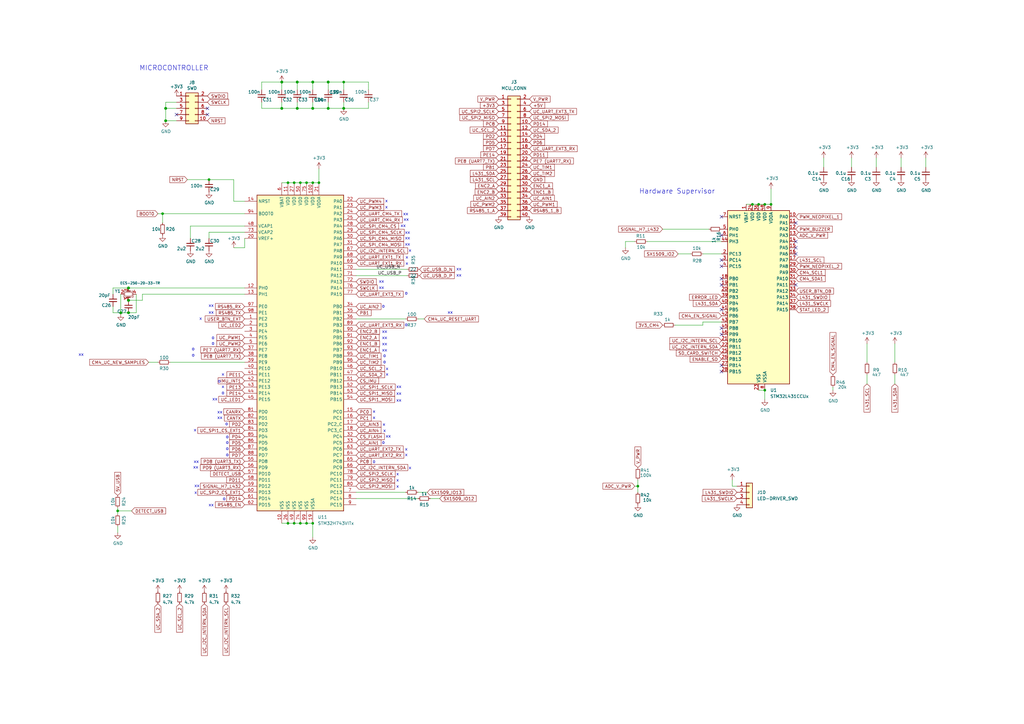
<source format=kicad_sch>
(kicad_sch (version 20231120) (generator "eeschema") (generator_version "8.0")
  (paper "A3")
  (lib_symbols
    (symbol "Connector_Generic:Conn_01x04" (pin_names (offset 1.016) hide)
      (property "Reference" "J" (at 0 5.08 0))
      (property "Value" "Conn_01x04" (at 0 -7.62 0))
      (symbol "Conn_01x04_1_1"
        (pin passive line (at -5.08 2.54 0) (length 3.81) (name "Pin_1") (number "1"))
        (pin passive line (at -5.08 0 0) (length 3.81) (name "Pin_2") (number "2"))
        (pin passive line (at -5.08 -2.54 0) (length 3.81) (name "Pin_3") (number "3"))
        (pin passive line (at -5.08 -5.08 0) (length 3.81) (name "Pin_4") (number "4"))
      )
    )
    (symbol "Connector_Generic:Conn_02x05_Odd_Even" (pin_names (offset 1.016) hide)
      (property "Reference" "J" (at 1.27 7.62 0))
      (property "Value" "Conn_02x05_Odd_Even" (at 1.27 -7.62 0))
      (symbol "Conn_02x05_Odd_Even_1_1"
        (pin passive line (at -5.08 5.08 0) (length 3.81) (name "Pin_1") (number "1"))
        (pin passive line (at 7.62 -5.08 180) (length 3.81) (name "Pin_10") (number "10"))
        (pin passive line (at 7.62 5.08 180) (length 3.81) (name "Pin_2") (number "2"))
        (pin passive line (at -5.08 2.54 0) (length 3.81) (name "Pin_3") (number "3"))
        (pin passive line (at 7.62 2.54 180) (length 3.81) (name "Pin_4") (number "4"))
        (pin passive line (at -5.08 0 0) (length 3.81) (name "Pin_5") (number "5"))
        (pin passive line (at 7.62 0 180) (length 3.81) (name "Pin_6") (number "6"))
        (pin passive line (at -5.08 -2.54 0) (length 3.81) (name "Pin_7") (number "7"))
        (pin passive line (at 7.62 -2.54 180) (length 3.81) (name "Pin_8") (number "8"))
        (pin passive line (at -5.08 -5.08 0) (length 3.81) (name "Pin_9") (number "9"))
      )
    )
    (symbol "Connector_Generic:Conn_02x20_Odd_Even" (pin_names (offset 1.016) hide)
      (property "Reference" "J" (at 1.27 25.4 0))
      (property "Value" "Conn_02x20_Odd_Even" (at 1.27 -27.94 0))
      (symbol "Conn_02x20_Odd_Even_1_1"
        (pin passive line (at -5.08 22.86 0) (length 3.81) (name "Pin_1") (number "1"))
        (pin passive line (at 7.62 12.7 180) (length 3.81) (name "Pin_10") (number "10"))
        (pin passive line (at -5.08 10.16 0) (length 3.81) (name "Pin_11") (number "11"))
        (pin passive line (at 7.62 10.16 180) (length 3.81) (name "Pin_12") (number "12"))
        (pin passive line (at -5.08 7.62 0) (length 3.81) (name "Pin_13") (number "13"))
        (pin passive line (at 7.62 7.62 180) (length 3.81) (name "Pin_14") (number "14"))
        (pin passive line (at -5.08 5.08 0) (length 3.81) (name "Pin_15") (number "15"))
        (pin passive line (at 7.62 5.08 180) (length 3.81) (name "Pin_16") (number "16"))
        (pin passive line (at -5.08 2.54 0) (length 3.81) (name "Pin_17") (number "17"))
        (pin passive line (at 7.62 2.54 180) (length 3.81) (name "Pin_18") (number "18"))
        (pin passive line (at -5.08 0 0) (length 3.81) (name "Pin_19") (number "19"))
        (pin passive line (at 7.62 22.86 180) (length 3.81) (name "Pin_2") (number "2"))
        (pin passive line (at 7.62 0 180) (length 3.81) (name "Pin_20") (number "20"))
        (pin passive line (at -5.08 -2.54 0) (length 3.81) (name "Pin_21") (number "21"))
        (pin passive line (at 7.62 -2.54 180) (length 3.81) (name "Pin_22") (number "22"))
        (pin passive line (at -5.08 -5.08 0) (length 3.81) (name "Pin_23") (number "23"))
        (pin passive line (at 7.62 -5.08 180) (length 3.81) (name "Pin_24") (number "24"))
        (pin passive line (at -5.08 -7.62 0) (length 3.81) (name "Pin_25") (number "25"))
        (pin passive line (at 7.62 -7.62 180) (length 3.81) (name "Pin_26") (number "26"))
        (pin passive line (at -5.08 -10.16 0) (length 3.81) (name "Pin_27") (number "27"))
        (pin passive line (at 7.62 -10.16 180) (length 3.81) (name "Pin_28") (number "28"))
        (pin passive line (at -5.08 -12.7 0) (length 3.81) (name "Pin_29") (number "29"))
        (pin passive line (at -5.08 20.32 0) (length 3.81) (name "Pin_3") (number "3"))
        (pin passive line (at 7.62 -12.7 180) (length 3.81) (name "Pin_30") (number "30"))
        (pin passive line (at -5.08 -15.24 0) (length 3.81) (name "Pin_31") (number "31"))
        (pin passive line (at 7.62 -15.24 180) (length 3.81) (name "Pin_32") (number "32"))
        (pin passive line (at -5.08 -17.78 0) (length 3.81) (name "Pin_33") (number "33"))
        (pin passive line (at 7.62 -17.78 180) (length 3.81) (name "Pin_34") (number "34"))
        (pin passive line (at -5.08 -20.32 0) (length 3.81) (name "Pin_35") (number "35"))
        (pin passive line (at 7.62 -20.32 180) (length 3.81) (name "Pin_36") (number "36"))
        (pin passive line (at -5.08 -22.86 0) (length 3.81) (name "Pin_37") (number "37"))
        (pin passive line (at 7.62 -22.86 180) (length 3.81) (name "Pin_38") (number "38"))
        (pin passive line (at -5.08 -25.4 0) (length 3.81) (name "Pin_39") (number "39"))
        (pin passive line (at 7.62 20.32 180) (length 3.81) (name "Pin_4") (number "4"))
        (pin passive line (at 7.62 -25.4 180) (length 3.81) (name "Pin_40") (number "40"))
        (pin passive line (at -5.08 17.78 0) (length 3.81) (name "Pin_5") (number "5"))
        (pin passive line (at 7.62 17.78 180) (length 3.81) (name "Pin_6") (number "6"))
        (pin passive line (at -5.08 15.24 0) (length 3.81) (name "Pin_7") (number "7"))
        (pin passive line (at 7.62 15.24 180) (length 3.81) (name "Pin_8") (number "8"))
        (pin passive line (at -5.08 12.7 0) (length 3.81) (name "Pin_9") (number "9"))
      )
    )
    (symbol "Device:C_Small" (pin_numbers hide) (pin_names (offset 0.254) hide)
      (property "Reference" "C" (at 0.254 1.778 0))
      (property "Value" "C_Small" (at 0.254 -2.032 0))
      (symbol "C_Small_1_1"
        (pin passive line (at 0 2.54 270) (length 2.032) (name "~") (number "1"))
        (pin passive line (at 0 -2.54 90) (length 2.032) (name "~") (number "2"))
      )
    )
    (symbol "Device:Crystal_GND24_Small" (pin_names (offset 1.016) hide)
      (property "Reference" "Y" (at 1.27 4.445 0))
      (property "Value" "Crystal_GND24_Small" (at 1.27 2.54 0))
      (symbol "Crystal_GND24_Small_1_1"
        (pin passive line (at -2.54 0 0) (length 1.27) (name "1") (number "1"))
        (pin passive line (at 0 -3.175 90) (length 1.27) (name "2") (number "2"))
        (pin passive line (at 2.54 0 180) (length 1.27) (name "3") (number "3"))
        (pin passive line (at 0 3.175 270) (length 1.27) (name "4") (number "4"))
      )
    )
    (symbol "Device:R_Small" (pin_numbers hide) (pin_names (offset 0.254) hide)
      (property "Reference" "R" (at 0.762 0.508 0))
      (property "Value" "R_Small" (at 0.762 -1.016 0))
      (symbol "R_Small_1_1"
        (pin passive line (at 0 2.54 270) (length 0.762) (name "~") (number "1"))
        (pin passive line (at 0 -2.54 90) (length 0.762) (name "~") (number "2"))
      )
    )
    (symbol "MCU_ST_STM32H7:STM32H743VITx"
      (property "Reference" "U" (at -17.78 64.77 0))
      (property "Value" "STM32H743VITx" (at 10.16 64.77 0))
      (symbol "STM32H743VITx_1_1"
        (pin bidirectional line (at -22.86 12.7 0) (length 5.08) (name "PE2") (number "1"))
        (pin power_in line (at -7.62 -71.12 90) (length 5.08) (name "VSS") (number "10"))
        (pin power_in line (at 5.08 68.58 270) (length 5.08) (name "VDD") (number "100"))
        (pin power_in line (at -5.08 68.58 270) (length 5.08) (name "VDD") (number "11"))
        (pin input line (at -22.86 25.4 0) (length 5.08) (name "PH0") (number "12"))
        (pin input line (at -22.86 22.86 0) (length 5.08) (name "PH1") (number "13"))
        (pin input line (at -22.86 60.96 0) (length 5.08) (name "NRST") (number "14"))
        (pin bidirectional line (at 22.86 -25.4 180) (length 5.08) (name "PC0") (number "15"))
        (pin bidirectional line (at 22.86 -27.94 180) (length 5.08) (name "PC1") (number "16"))
        (pin bidirectional line (at 22.86 -30.48 180) (length 5.08) (name "PC2_C") (number "17"))
        (pin bidirectional line (at 22.86 -33.02 180) (length 5.08) (name "PC3_C") (number "18"))
        (pin power_in line (at 5.08 -71.12 90) (length 5.08) (name "VSSA") (number "19"))
        (pin bidirectional line (at -22.86 10.16 0) (length 5.08) (name "PE3") (number "2"))
        (pin bidirectional line (at -22.86 45.72 0) (length 5.08) (name "VREF+") (number "20"))
        (pin power_in line (at 7.62 68.58 270) (length 5.08) (name "VDDA") (number "21"))
        (pin bidirectional line (at 22.86 60.96 180) (length 5.08) (name "PA0") (number "22"))
        (pin bidirectional line (at 22.86 58.42 180) (length 5.08) (name "PA1") (number "23"))
        (pin bidirectional line (at 22.86 55.88 180) (length 5.08) (name "PA2") (number "24"))
        (pin bidirectional line (at 22.86 53.34 180) (length 5.08) (name "PA3") (number "25"))
        (pin power_in line (at -5.08 -71.12 90) (length 5.08) (name "VSS") (number "26"))
        (pin power_in line (at -2.54 68.58 270) (length 5.08) (name "VDD") (number "27"))
        (pin bidirectional line (at 22.86 50.8 180) (length 5.08) (name "PA4") (number "28"))
        (pin bidirectional line (at 22.86 48.26 180) (length 5.08) (name "PA5") (number "29"))
        (pin bidirectional line (at -22.86 7.62 0) (length 5.08) (name "PE4") (number "3"))
        (pin bidirectional line (at 22.86 45.72 180) (length 5.08) (name "PA6") (number "30"))
        (pin bidirectional line (at 22.86 43.18 180) (length 5.08) (name "PA7") (number "31"))
        (pin bidirectional line (at 22.86 -35.56 180) (length 5.08) (name "PC4") (number "32"))
        (pin bidirectional line (at 22.86 -38.1 180) (length 5.08) (name "PC5") (number "33"))
        (pin bidirectional line (at 22.86 17.78 180) (length 5.08) (name "PB0") (number "34"))
        (pin bidirectional line (at 22.86 15.24 180) (length 5.08) (name "PB1") (number "35"))
        (pin bidirectional line (at 22.86 12.7 180) (length 5.08) (name "PB2") (number "36"))
        (pin bidirectional line (at -22.86 0 0) (length 5.08) (name "PE7") (number "37"))
        (pin bidirectional line (at -22.86 -2.54 0) (length 5.08) (name "PE8") (number "38"))
        (pin bidirectional line (at -22.86 -5.08 0) (length 5.08) (name "PE9") (number "39"))
        (pin bidirectional line (at -22.86 5.08 0) (length 5.08) (name "PE5") (number "4"))
        (pin bidirectional line (at -22.86 -7.62 0) (length 5.08) (name "PE10") (number "40"))
        (pin bidirectional line (at -22.86 -10.16 0) (length 5.08) (name "PE11") (number "41"))
        (pin bidirectional line (at -22.86 -12.7 0) (length 5.08) (name "PE12") (number "42"))
        (pin bidirectional line (at -22.86 -15.24 0) (length 5.08) (name "PE13") (number "43"))
        (pin bidirectional line (at -22.86 -17.78 0) (length 5.08) (name "PE14") (number "44"))
        (pin bidirectional line (at -22.86 -20.32 0) (length 5.08) (name "PE15") (number "45"))
        (pin bidirectional line (at 22.86 -7.62 180) (length 5.08) (name "PB10") (number "46"))
        (pin bidirectional line (at 22.86 -10.16 180) (length 5.08) (name "PB11") (number "47"))
        (pin power_in line (at -22.86 50.8 0) (length 5.08) (name "VCAP1") (number "48"))
        (pin power_in line (at -2.54 -71.12 90) (length 5.08) (name "VSS") (number "49"))
        (pin bidirectional line (at -22.86 2.54 0) (length 5.08) (name "PE6") (number "5"))
        (pin power_in line (at 0 68.58 270) (length 5.08) (name "VDD") (number "50"))
        (pin bidirectional line (at 22.86 -12.7 180) (length 5.08) (name "PB12") (number "51"))
        (pin bidirectional line (at 22.86 -15.24 180) (length 5.08) (name "PB13") (number "52"))
        (pin bidirectional line (at 22.86 -17.78 180) (length 5.08) (name "PB14") (number "53"))
        (pin bidirectional line (at 22.86 -20.32 180) (length 5.08) (name "PB15") (number "54"))
        (pin bidirectional line (at -22.86 -45.72 0) (length 5.08) (name "PD8") (number "55"))
        (pin bidirectional line (at -22.86 -48.26 0) (length 5.08) (name "PD9") (number "56"))
        (pin bidirectional line (at -22.86 -50.8 0) (length 5.08) (name "PD10") (number "57"))
        (pin bidirectional line (at -22.86 -53.34 0) (length 5.08) (name "PD11") (number "58"))
        (pin bidirectional line (at -22.86 -55.88 0) (length 5.08) (name "PD12") (number "59"))
        (pin power_in line (at -7.62 68.58 270) (length 5.08) (name "VBAT") (number "6"))
        (pin bidirectional line (at -22.86 -58.42 0) (length 5.08) (name "PD13") (number "60"))
        (pin bidirectional line (at -22.86 -60.96 0) (length 5.08) (name "PD14") (number "61"))
        (pin bidirectional line (at -22.86 -63.5 0) (length 5.08) (name "PD15") (number "62"))
        (pin bidirectional line (at 22.86 -40.64 180) (length 5.08) (name "PC6") (number "63"))
        (pin bidirectional line (at 22.86 -43.18 180) (length 5.08) (name "PC7") (number "64"))
        (pin bidirectional line (at 22.86 -45.72 180) (length 5.08) (name "PC8") (number "65"))
        (pin bidirectional line (at 22.86 -48.26 180) (length 5.08) (name "PC9") (number "66"))
        (pin bidirectional line (at 22.86 40.64 180) (length 5.08) (name "PA8") (number "67"))
        (pin bidirectional line (at 22.86 38.1 180) (length 5.08) (name "PA9") (number "68"))
        (pin bidirectional line (at 22.86 35.56 180) (length 5.08) (name "PA10") (number "69"))
        (pin bidirectional line (at 22.86 -58.42 180) (length 5.08) (name "PC13") (number "7"))
        (pin bidirectional line (at 22.86 33.02 180) (length 5.08) (name "PA11") (number "70"))
        (pin bidirectional line (at 22.86 30.48 180) (length 5.08) (name "PA12") (number "71"))
        (pin bidirectional line (at 22.86 27.94 180) (length 5.08) (name "PA13") (number "72"))
        (pin power_in line (at -22.86 48.26 0) (length 5.08) (name "VCAP2") (number "73"))
        (pin power_in line (at 0 -71.12 90) (length 5.08) (name "VSS") (number "74"))
        (pin power_in line (at 2.54 68.58 270) (length 5.08) (name "VDD") (number "75"))
        (pin bidirectional line (at 22.86 25.4 180) (length 5.08) (name "PA14") (number "76"))
        (pin bidirectional line (at 22.86 22.86 180) (length 5.08) (name "PA15") (number "77"))
        (pin bidirectional line (at 22.86 -50.8 180) (length 5.08) (name "PC10") (number "78"))
        (pin bidirectional line (at 22.86 -53.34 180) (length 5.08) (name "PC11") (number "79"))
        (pin bidirectional line (at 22.86 -60.96 180) (length 5.08) (name "PC14") (number "8"))
        (pin bidirectional line (at 22.86 -55.88 180) (length 5.08) (name "PC12") (number "80"))
        (pin bidirectional line (at -22.86 -25.4 0) (length 5.08) (name "PD0") (number "81"))
        (pin bidirectional line (at -22.86 -27.94 0) (length 5.08) (name "PD1") (number "82"))
        (pin bidirectional line (at -22.86 -30.48 0) (length 5.08) (name "PD2") (number "83"))
        (pin bidirectional line (at -22.86 -33.02 0) (length 5.08) (name "PD3") (number "84"))
        (pin bidirectional line (at -22.86 -35.56 0) (length 5.08) (name "PD4") (number "85"))
        (pin bidirectional line (at -22.86 -38.1 0) (length 5.08) (name "PD5") (number "86"))
        (pin bidirectional line (at -22.86 -40.64 0) (length 5.08) (name "PD6") (number "87"))
        (pin bidirectional line (at -22.86 -43.18 0) (length 5.08) (name "PD7") (number "88"))
        (pin bidirectional line (at 22.86 10.16 180) (length 5.08) (name "PB3") (number "89"))
        (pin bidirectional line (at 22.86 -63.5 180) (length 5.08) (name "PC15") (number "9"))
        (pin bidirectional line (at 22.86 7.62 180) (length 5.08) (name "PB4") (number "90"))
        (pin bidirectional line (at 22.86 5.08 180) (length 5.08) (name "PB5") (number "91"))
        (pin bidirectional line (at 22.86 2.54 180) (length 5.08) (name "PB6") (number "92"))
        (pin bidirectional line (at 22.86 0 180) (length 5.08) (name "PB7") (number "93"))
        (pin input line (at -22.86 55.88 0) (length 5.08) (name "BOOT0") (number "94"))
        (pin bidirectional line (at 22.86 -2.54 180) (length 5.08) (name "PB8") (number "95"))
        (pin bidirectional line (at 22.86 -5.08 180) (length 5.08) (name "PB9") (number "96"))
        (pin bidirectional line (at -22.86 17.78 0) (length 5.08) (name "PE0") (number "97"))
        (pin bidirectional line (at -22.86 15.24 0) (length 5.08) (name "PE1") (number "98"))
        (pin power_in line (at 2.54 -71.12 90) (length 5.08) (name "VSS") (number "99"))
      )
    )
    (symbol "MCU_ST_STM32L4:STM32L431CCUx"
      (property "Reference" "U" (at -12.7 36.83 0))
      (property "Value" "STM32L431CCUx" (at 7.62 36.83 0))
      (symbol "STM32L431CCUx_1_1"
        (pin power_in line (at -5.08 38.1 270) (length 2.54) (name "VBAT") (number "1"))
        (pin bidirectional line (at 15.24 33.02 180) (length 2.54) (name "PA0") (number "10"))
        (pin bidirectional line (at 15.24 30.48 180) (length 2.54) (name "PA1") (number "11"))
        (pin bidirectional line (at 15.24 27.94 180) (length 2.54) (name "PA2") (number "12"))
        (pin bidirectional line (at 15.24 25.4 180) (length 2.54) (name "PA3") (number "13"))
        (pin bidirectional line (at 15.24 22.86 180) (length 2.54) (name "PA4") (number "14"))
        (pin bidirectional line (at 15.24 20.32 180) (length 2.54) (name "PA5") (number "15"))
        (pin bidirectional line (at 15.24 17.78 180) (length 2.54) (name "PA6") (number "16"))
        (pin bidirectional line (at 15.24 15.24 180) (length 2.54) (name "PA7") (number "17"))
        (pin bidirectional line (at -15.24 7.62 0) (length 2.54) (name "PB0") (number "18"))
        (pin bidirectional line (at -15.24 5.08 0) (length 2.54) (name "PB1") (number "19"))
        (pin bidirectional line (at -15.24 17.78 0) (length 2.54) (name "PC13") (number "2"))
        (pin bidirectional line (at -15.24 2.54 0) (length 2.54) (name "PB2") (number "20"))
        (pin bidirectional line (at -15.24 -17.78 0) (length 2.54) (name "PB10") (number "21"))
        (pin bidirectional line (at -15.24 -20.32 0) (length 2.54) (name "PB11") (number "22"))
        (pin power_in line (at 0 -38.1 90) (length 2.54) (name "VSS") (number "23"))
        (pin power_in line (at -2.54 38.1 270) (length 2.54) (name "VDD") (number "24"))
        (pin bidirectional line (at -15.24 -22.86 0) (length 2.54) (name "PB12") (number "25"))
        (pin bidirectional line (at -15.24 -25.4 0) (length 2.54) (name "PB13") (number "26"))
        (pin bidirectional line (at -15.24 -27.94 0) (length 2.54) (name "PB14") (number "27"))
        (pin bidirectional line (at -15.24 -30.48 0) (length 2.54) (name "PB15") (number "28"))
        (pin bidirectional line (at 15.24 12.7 180) (length 2.54) (name "PA8") (number "29"))
        (pin bidirectional line (at -15.24 15.24 0) (length 2.54) (name "PC14") (number "3"))
        (pin bidirectional line (at 15.24 10.16 180) (length 2.54) (name "PA9") (number "30"))
        (pin bidirectional line (at 15.24 7.62 180) (length 2.54) (name "PA10") (number "31"))
        (pin bidirectional line (at 15.24 5.08 180) (length 2.54) (name "PA11") (number "32"))
        (pin bidirectional line (at 15.24 2.54 180) (length 2.54) (name "PA12") (number "33"))
        (pin bidirectional line (at 15.24 0 180) (length 2.54) (name "PA13") (number "34"))
        (pin passive line (at 0 -38.1 90) (length 2.54) hide (name "VSS") (number "35"))
        (pin power_in line (at 0 38.1 270) (length 2.54) (name "VDD") (number "36"))
        (pin bidirectional line (at 15.24 -2.54 180) (length 2.54) (name "PA14") (number "37"))
        (pin bidirectional line (at 15.24 -5.08 180) (length 2.54) (name "PA15") (number "38"))
        (pin bidirectional line (at -15.24 0 0) (length 2.54) (name "PB3") (number "39"))
        (pin bidirectional line (at -15.24 12.7 0) (length 2.54) (name "PC15") (number "4"))
        (pin bidirectional line (at -15.24 -2.54 0) (length 2.54) (name "PB4") (number "40"))
        (pin bidirectional line (at -15.24 -5.08 0) (length 2.54) (name "PB5") (number "41"))
        (pin bidirectional line (at -15.24 -7.62 0) (length 2.54) (name "PB6") (number "42"))
        (pin bidirectional line (at -15.24 -10.16 0) (length 2.54) (name "PB7") (number "43"))
        (pin bidirectional line (at -15.24 22.86 0) (length 2.54) (name "PH3") (number "44"))
        (pin bidirectional line (at -15.24 -12.7 0) (length 2.54) (name "PB8") (number "45"))
        (pin bidirectional line (at -15.24 -15.24 0) (length 2.54) (name "PB9") (number "46"))
        (pin passive line (at 0 -38.1 90) (length 2.54) hide (name "VSS") (number "47"))
        (pin power_in line (at 2.54 38.1 270) (length 2.54) (name "VDD") (number "48"))
        (pin passive line (at 0 -38.1 90) (length 2.54) hide (name "VSS") (number "49"))
        (pin bidirectional line (at -15.24 27.94 0) (length 2.54) (name "PH0") (number "5"))
        (pin bidirectional line (at -15.24 25.4 0) (length 2.54) (name "PH1") (number "6"))
        (pin input line (at -15.24 33.02 0) (length 2.54) (name "NRST") (number "7"))
        (pin power_in line (at 2.54 -38.1 90) (length 2.54) (name "VSSA") (number "8"))
        (pin power_in line (at 5.08 38.1 270) (length 2.54) (name "VDDA") (number "9"))
      )
    )
    (symbol "power:+3.3V" (power) (pin_names (offset 0))
      (property "Value" "+3.3V" (at 0 3.556 0))
      (symbol "+3.3V_1_1"
        (pin power_in line (at 0 0 90) (length 0) hide (name "+3V3") (number "1"))
      )
    )
    (symbol "power:+3V3" (power) (pin_names (offset 0))
      (property "Value" "+3V3" (at 0 3.556 0))
      (symbol "+3V3_1_1"
        (pin power_in line (at 0 0 90) (length 0) hide (name "+3V3") (number "1"))
      )
    )
    (symbol "power:GND" (power) (pin_names (offset 0))
      (property "Value" "GND" (at 0 -3.81 0))
      (symbol "GND_1_1"
        (pin power_in line (at 0 0 270) (length 0) hide (name "GND") (number "1"))
      )
    )
  )
  (junction (at 134.62 44.45) (diameter 1.016))
  (junction (at 134.62 33.655) (diameter 1.016))
  (junction (at 125.73 74.93))
  (junction (at 52.705 128.27) (diameter 1.016))
  (junction (at 52.705 123.19) (diameter 1.016))
  (junction (at 308.61 83.82))
  (junction (at 313.69 83.82))
  (junction (at 48.26 209.55))
  (junction (at 67.945 49.53) (diameter 1.016))
  (junction (at 85.725 73.66))
  (junction (at 120.65 74.93))
  (junction (at 140.97 33.655))
  (junction (at 118.11 74.93))
  (junction (at 311.15 83.82))
  (junction (at 128.27 44.45) (diameter 1.016))
  (junction (at 121.92 44.45) (diameter 1.016))
  (junction (at 67.945 44.45) (diameter 1.016))
  (junction (at 120.65 214.63))
  (junction (at 128.27 33.655) (diameter 1.016))
  (junction (at 128.27 214.63))
  (junction (at 66.675 87.63))
  (junction (at 313.69 160.02))
  (junction (at 140.97 44.45) (diameter 1.016))
  (junction (at 125.73 214.63))
  (junction (at 115.57 33.655) (diameter 1.016))
  (junction (at 261.62 199.39))
  (junction (at 52.705 118.11) (diameter 1.016))
  (junction (at 49.53 128.27) (diameter 1.016))
  (junction (at 123.19 214.63))
  (junction (at 121.92 33.655) (diameter 1.016))
  (junction (at 123.19 74.93))
  (junction (at 128.27 74.93))
  (junction (at 316.23 83.82))
  (junction (at 130.81 74.93))
  (junction (at 115.57 44.45) (diameter 1.016))
  (junction (at 118.11 214.63))
  (no_connect (at 326.39 101.6))
  (no_connect (at 295.91 152.4))
  (no_connect (at 295.91 134.62))
  (no_connect (at 295.91 88.9))
  (no_connect (at 295.91 114.3))
  (no_connect (at 326.39 104.14))
  (no_connect (at 295.91 106.68))
  (no_connect (at 72.39 46.99))
  (no_connect (at 326.39 116.84))
  (no_connect (at 295.91 109.22))
  (no_connect (at 295.91 127))
  (no_connect (at 326.39 99.06))
  (no_connect (at 295.91 116.84))
  (no_connect (at 295.91 149.86))
  (no_connect (at 295.91 96.52))
  (no_connect (at 326.39 91.44))
  (no_connect (at 85.09 46.99))
  (no_connect (at 85.09 44.45))
  (no_connect (at 295.91 137.16))
  (wire (pts (xy 48.26 215.9) (xy 48.26 218.44)))
  (wire (pts (xy 46.355 118.11) (xy 46.355 120.65)))
  (wire (pts (xy 85.725 73.66) (xy 95.885 73.66)))
  (wire (pts (xy 120.65 214.63) (xy 123.19 214.63)))
  (wire (pts (xy 134.62 33.655) (xy 134.62 36.83)))
  (wire (pts (xy 265.43 99.06) (xy 295.91 99.06)))
  (wire (pts (xy 256.54 101.6) (xy 256.54 99.06)))
  (wire (pts (xy 76.835 73.66) (xy 85.725 73.66)))
  (wire (pts (xy 146.05 110.49) (xy 167.005 110.49)))
  (wire (pts (xy 121.92 44.45) (xy 128.27 44.45)))
  (wire (pts (xy 48.26 209.55) (xy 53.975 209.55)))
  (wire (pts (xy 140.97 44.45) (xy 140.97 41.91)))
  (wire (pts (xy 125.73 214.63) (xy 128.27 214.63)))
  (wire (pts (xy 66.675 87.63) (xy 66.675 91.44)))
  (wire (pts (xy 140.97 33.655) (xy 140.97 36.83)))
  (wire (pts (xy 78.105 92.71) (xy 100.33 92.71)))
  (wire (pts (xy 128.27 33.655) (xy 134.62 33.655)))
  (wire (pts (xy 72.39 44.45) (xy 67.945 44.45)))
  (wire (pts (xy 48.26 208.28) (xy 48.26 209.55)))
  (wire (pts (xy 69.85 148.59) (xy 100.33 148.59)))
  (wire (pts (xy 349.25 64.77) (xy 349.25 68.58)))
  (wire (pts (xy 72.39 41.91) (xy 67.945 41.91)))
  (wire (pts (xy 171.45 130.81) (xy 173.99 130.81)))
  (wire (pts (xy 118.11 214.63) (xy 120.65 214.63)))
  (wire (pts (xy 313.69 83.82) (xy 316.23 83.82)))
  (wire (pts (xy 276.86 133.35) (xy 288.29 133.35)))
  (wire (pts (xy 64.77 87.63) (xy 66.675 87.63)))
  (wire (pts (xy 107.315 41.91) (xy 107.315 44.45)))
  (wire (pts (xy 313.69 160.02) (xy 313.69 163.83)))
  (wire (pts (xy 176.53 204.47) (xy 180.34 204.47)))
  (wire (pts (xy 67.945 41.91) (xy 67.945 44.45)))
  (wire (pts (xy 140.97 33.655) (xy 151.13 33.655)))
  (wire (pts (xy 278.13 104.14) (xy 283.21 104.14)))
  (wire (pts (xy 261.62 199.39) (xy 261.62 201.93)))
  (wire (pts (xy 100.33 97.79) (xy 100.33 101.6)))
  (wire (pts (xy 121.92 33.655) (xy 128.27 33.655)))
  (wire (pts (xy 316.23 77.47) (xy 316.23 83.82)))
  (wire (pts (xy 288.29 133.35) (xy 288.29 132.08)))
  (wire (pts (xy 58.42 120.65) (xy 58.42 123.19)))
  (wire (pts (xy 125.73 74.93) (xy 128.27 74.93)))
  (wire (pts (xy 67.945 44.45) (xy 67.945 49.53)))
  (wire (pts (xy 120.65 74.93) (xy 123.19 74.93)))
  (wire (pts (xy 171.45 201.93) (xy 175.26 201.93)))
  (wire (pts (xy 134.62 41.91) (xy 134.62 44.45)))
  (wire (pts (xy 367.03 153.67) (xy 367.03 157.48)))
  (wire (pts (xy 115.57 33.655) (xy 107.315 33.655)))
  (wire (pts (xy 115.57 214.63) (xy 118.11 214.63)))
  (wire (pts (xy 367.03 140.97) (xy 367.03 148.59)))
  (wire (pts (xy 49.53 128.27) (xy 49.53 128.905)))
  (wire (pts (xy 379.73 64.77) (xy 379.73 68.58)))
  (wire (pts (xy 134.62 44.45) (xy 140.97 44.45)))
  (wire (pts (xy 355.6 140.97) (xy 355.6 148.59)))
  (wire (pts (xy 261.62 196.85) (xy 261.62 199.39)))
  (wire (pts (xy 359.41 64.77) (xy 359.41 68.58)))
  (wire (pts (xy 308.61 83.82) (xy 311.15 83.82)))
  (wire (pts (xy 55.88 128.27) (xy 52.705 128.27)))
  (wire (pts (xy 128.27 33.655) (xy 128.27 36.83)))
  (wire (pts (xy 128.27 44.45) (xy 134.62 44.45)))
  (wire (pts (xy 115.57 36.83) (xy 115.57 33.655)))
  (wire (pts (xy 128.27 41.91) (xy 128.27 44.45)))
  (wire (pts (xy 46.355 128.27) (xy 49.53 128.27)))
  (wire (pts (xy 115.57 74.93) (xy 118.11 74.93)))
  (wire (pts (xy 146.05 130.81) (xy 166.37 130.81)))
  (wire (pts (xy 151.13 44.45) (xy 140.97 44.45)))
  (wire (pts (xy 311.15 83.82) (xy 313.69 83.82)))
  (wire (pts (xy 123.19 214.63) (xy 125.73 214.63)))
  (wire (pts (xy 288.29 132.08) (xy 295.91 132.08)))
  (wire (pts (xy 115.57 44.45) (xy 121.92 44.45)))
  (wire (pts (xy 118.11 74.93) (xy 120.65 74.93)))
  (wire (pts (xy 121.92 41.91) (xy 121.92 44.45)))
  (wire (pts (xy 52.705 128.27) (xy 49.53 128.27)))
  (wire (pts (xy 48.26 209.55) (xy 48.26 210.82)))
  (wire (pts (xy 52.705 118.11) (xy 100.33 118.11)))
  (wire (pts (xy 146.05 201.93) (xy 166.37 201.93)))
  (wire (pts (xy 355.6 153.67) (xy 355.6 157.48)))
  (wire (pts (xy 341.63 160.02) (xy 341.63 158.75)))
  (wire (pts (xy 78.105 97.79) (xy 78.105 92.71)))
  (wire (pts (xy 128.27 220.345) (xy 128.27 214.63)))
  (wire (pts (xy 271.78 93.98) (xy 290.83 93.98)))
  (wire (pts (xy 66.675 87.63) (xy 100.33 87.63)))
  (wire (pts (xy 256.54 99.06) (xy 260.35 99.06)))
  (wire (pts (xy 107.315 33.655) (xy 107.315 36.83)))
  (wire (pts (xy 55.88 120.65) (xy 55.88 128.27)))
  (wire (pts (xy 95.885 82.55) (xy 95.885 73.66)))
  (wire (pts (xy 46.355 125.73) (xy 46.355 128.27)))
  (wire (pts (xy 85.725 97.79) (xy 85.725 95.25)))
  (wire (pts (xy 151.13 33.655) (xy 151.13 36.83)))
  (wire (pts (xy 369.57 64.77) (xy 369.57 68.58)))
  (wire (pts (xy 100.33 101.6) (xy 95.885 101.6)))
  (wire (pts (xy 52.705 123.19) (xy 58.42 123.19)))
  (wire (pts (xy 58.42 120.65) (xy 100.33 120.65)))
  (wire (pts (xy 300.355 199.39) (xy 302.26 199.39)))
  (wire (pts (xy 85.725 95.25) (xy 100.33 95.25)))
  (wire (pts (xy 128.27 74.93) (xy 130.81 74.93)))
  (wire (pts (xy 100.33 82.55) (xy 95.885 82.55)))
  (wire (pts (xy 134.62 33.655) (xy 140.97 33.655)))
  (wire (pts (xy 60.96 148.59) (xy 64.77 148.59)))
  (wire (pts (xy 288.29 104.14) (xy 295.91 104.14)))
  (wire (pts (xy 146.05 113.03) (xy 167.005 113.03)))
  (wire (pts (xy 146.05 204.47) (xy 171.45 204.47)))
  (wire (pts (xy 300.355 196.85) (xy 300.355 199.39)))
  (wire (pts (xy 49.53 120.65) (xy 49.53 128.27)))
  (wire (pts (xy 130.81 69.215) (xy 130.81 74.93)))
  (wire (pts (xy 311.15 160.02) (xy 313.69 160.02)))
  (wire (pts (xy 123.19 74.93) (xy 125.73 74.93)))
  (wire (pts (xy 261.62 199.39) (xy 260.35 199.39)))
  (wire (pts (xy 121.92 33.655) (xy 121.92 36.83)))
  (wire (pts (xy 337.82 64.77) (xy 337.82 68.58)))
  (wire (pts (xy 151.13 41.91) (xy 151.13 44.45)))
  (wire (pts (xy 52.705 118.11) (xy 46.355 118.11)))
  (wire (pts (xy 107.315 44.45) (xy 115.57 44.45)))
  (wire (pts (xy 115.57 33.655) (xy 121.92 33.655)))
  (wire (pts (xy 306.07 83.82) (xy 308.61 83.82)))
  (wire (pts (xy 115.57 41.91) (xy 115.57 44.45)))
  (wire (pts (xy 72.39 49.53) (xy 67.945 49.53)))
  (text "xx" (at -33.274 4.572 0) (effects (font (size 1.27 1.27))))
  (text "o" (at 87.376 140.97 0) (effects (font (size 1.27 1.27))))
  (text "o" (at 92.964 173.99 0) (effects (font (size 1.27 1.27))))
  (text "xx" (at 163.576 164.338 0) (effects (font (size 1.27 1.27))))
  (text "MICROCONTROLLER" (at 57.15 29.21 0) (effects (font (size 2 2)) (justify left bottom)))
  (text "xx" (at 184.658 128.27 0) (effects (font (size 1.27 1.27))))
  (text "o" (at 93.218 186.69 0) (effects (font (size 1.27 1.27))))
  (text "o" (at 93.218 179.324 0) (effects (font (size 1.27 1.27))))
  (text "x" (at 91.44 158.75 0) (effects (font (size 1.27 1.27))))
  (text "x" (at 153.416 168.91 0) (effects (font (size 1.27 1.27))))
  (text "o" (at 157.734 146.05 0) (effects (font (size 1.27 1.27))))
  (text "x" (at 157.734 176.784 0) (effects (font (size 1.27 1.27))))
  (text "xx" (at 157.734 143.764 0) (effects (font (size 1.27 1.27))))
  (text "xx" (at 188.214 113.03 0) (effects (font (size 1.27 1.27))))
  (text "o" (at 89.916 156.464 0) (effects (font (size 1.27 1.27))))
  (text "o" (at 87.376 138.684 0) (effects (font (size 1.27 1.27))))
  (text "xx" (at 159.258 179.07 0) (effects (font (size 1.27 1.27))))
  (text "x" (at 158.75 153.67 0) (effects (font (size 1.27 1.27))))
  (text "o" (at 157.226 125.73 0) (effects (font (size 1.27 1.27))))
  (text "x" (at 158.75 151.384 0) (effects (font (size 1.27 1.27))))
  (text "x" (at 163.068 197.104 0) (effects (font (size 1.27 1.27))))
  (text "x" (at 91.44 153.67 0) (effects (font (size 1.27 1.27))))
  (text "o" (at 93.218 181.61 0) (effects (font (size 1.27 1.27))))
  (text "o" (at 157.226 181.61 0) (effects (font (size 1.27 1.27))))
  (text "xx" (at 156.464 115.57 0) (effects (font (size 1.27 1.27))))
  (text "x" (at 158.496 85.09 0) (effects (font (size 1.27 1.27))))
  (text "xx" (at 86.614 207.264 0) (effects (font (size 1.27 1.27))))
  (text "o" (at 91.948 204.724 0) (effects (font (size 1.27 1.27))))
  (text "xx" (at 33.274 145.542 0) (effects (font (size 1.27 1.27))))
  (text "xx" (at 163.576 158.75 0) (effects (font (size 1.27 1.27))))
  (text "o" (at 93.218 184.15 0) (effects (font (size 1.27 1.27))))
  (text "x" (at 166.878 108.204 0) (effects (font (size 1.27 1.27))))
  (text "xx" (at 80.518 189.484 0) (effects (font (size 1.27 1.27))))
  (text "xx" (at 167.132 97.79 0) (effects (font (size 1.27 1.27))))
  (text "o" (at 166.624 133.35 0) (effects (font (size 1.27 1.27))))
  (text "xx" (at 167.132 95.504 0) (effects (font (size 1.27 1.27))))
  (text "xx" (at 166.37 87.884 0) (effects (font (size 1.27 1.27))))
  (text "o" (at -36.068 1.778 0) (effects (font (size 1.27 1.27))))
  (text "xx" (at -33.274 7.112 0) (effects (font (size 1.27 1.27))))
  (text "xx" (at 157.734 136.144 0) (effects (font (size 1.27 1.27))))
  (text "xx" (at 90.17 169.164 0) (effects (font (size 1.27 1.27))))
  (text "xx" (at 86.614 128.27 0) (effects (font (size 1.27 1.27))))
  (text "x" (at 80.01 176.53 0) (effects (font (size 1.27 1.27))))
  (text "o" (at 166.624 120.396 0) (effects (font (size 1.27 1.27))))
  (text "x" (at 166.624 184.404 0) (effects (font (size 1.27 1.27))))
  (text "xx" (at 80.264 191.77 0) (effects (font (size 1.27 1.27))))
  (text "xx" (at 156.464 118.11 0) (effects (font (size 1.27 1.27))))
  (text "x" (at 157.48 174.244 0) (effects (font (size 1.27 1.27))))
  (text "xx" (at 90.17 171.45 0) (effects (font (size 1.27 1.27))))
  (text "xx" (at 166.624 90.17 0) (effects (font (size 1.27 1.27))))
  (text "o" (at 153.416 189.484 0) (effects (font (size 1.27 1.27))))
  (text "x" (at 166.624 186.69 0) (effects (font (size 1.27 1.27))))
  (text "x" (at 158.496 82.55 0) (effects (font (size 1.27 1.27))))
  (text "x" (at 168.148 192.024 0) (effects (font (size 1.27 1.27))))
  (text "o" (at 91.44 161.29 0) (effects (font (size 1.27 1.27))))
  (text "x" (at 168.148 102.87 0) (effects (font (size 1.27 1.27))))
  (text "x" (at -32.766 -8.382 0) (effects (font (size 1.27 1.27))))
  (text "x" (at 163.068 199.644 0) (effects (font (size 1.27 1.27))))
  (text "xx" (at 165.354 92.71 0) (effects (font (size 1.27 1.27))))
  (text "x" (at -32.766 -5.08 0) (effects (font (size 1.27 1.27))))
  (text "xx" (at 157.734 141.224 0) (effects (font (size 1.27 1.27))))
  (text "o" (at 79.248 143.256 0) (effects (font (size 1.27 1.27))))
  (text "xx" (at 80.772 199.39 0) (effects (font (size 1.27 1.27))))
  (text "x" (at 153.416 171.45 0) (effects (font (size 1.27 1.27))))
  (text "Hardware Supervisor" (at 262.128 79.756 0) (effects (font (size 2 2)) (justify left bottom)))
  (text "x" (at 80.264 202.184 0) (effects (font (size 1.27 1.27))))
  (text "x" (at 82.296 130.81 0) (effects (font (size 1.27 1.27))))
  (text "o" (at 79.248 145.796 0) (effects (font (size 1.27 1.27))))
  (text "x" (at 163.068 194.564 0) (effects (font (size 1.27 1.27))))
  (text "o" (at 157.734 148.59 0) (effects (font (size 1.27 1.27))))
  (text "xx" (at 86.614 125.476 0) (effects (font (size 1.27 1.27))))
  (text "xx" (at 157.734 138.684 0) (effects (font (size 1.27 1.27))))
  (text "x" (at 166.878 105.664 0) (effects (font (size 1.27 1.27))))
  (text "xx" (at 167.132 100.33 0) (effects (font (size 1.27 1.27))))
  (text "xx" (at 163.576 161.544 0) (effects (font (size 1.27 1.27))))
  (text "xx" (at 188.214 110.49 0) (effects (font (size 1.27 1.27))))
  (text "xx" (at 88.138 163.83 0) (effects (font (size 1.27 1.27))))
  (label "UC_USB_P" (at 154.94 113.03 0))
  (label "UC_USB_N" (at 154.305 110.49 0))
  (global_label "CM4_EN_SIGNAL" (shape input) (at 341.63 153.67 90) (property "Intersheetrefs" "${INTERSHEET_REFS}" (effects (hide yes))))
  (global_label "L431_SDA" (shape input) (at 367.03 157.48 270) (property "Intersheetrefs" "${INTERSHEET_REFS}" (effects (hide yes))))
  (global_label "ERROR_LED" (shape input) (at 295.91 121.92 180) (property "Intersheetrefs" "${INTERSHEET_REFS}" (effects (hide yes))))
  (global_label "UC_SPI2_MOSI" (shape input) (at 146.05 199.39 0) (property "Intersheetrefs" "${INTERSHEET_REFS}" (effects (hide yes))))
  (global_label "UC_USB_D_N" (shape input) (at 172.085 110.49 0) (property "Intersheetrefs" "${INTERSHEET_REFS}" (effects (hide yes))))
  (global_label "UC_SCL_2" (shape input) (at 73.66 247.65 270) (property "Intersheetrefs" "${INTERSHEET_REFS}" (effects (hide yes))))
  (global_label "ENC1_A" (shape input) (at 146.05 143.51 0) (property "Intersheetrefs" "${INTERSHEET_REFS}" (effects (hide yes))))
  (global_label "UC_UART_EXT1_RX" (shape input) (at 146.05 107.95 0) (property "Intersheetrefs" "${INTERSHEET_REFS}" (effects (hide yes))))
  (global_label "UC_UART_EXT2_TX" (shape input) (at 146.05 184.15 0) (property "Intersheetrefs" "${INTERSHEET_REFS}" (effects (hide yes))))
  (global_label "PD11" (shape input) (at 100.33 196.85 180) (property "Intersheetrefs" "${INTERSHEET_REFS}" (effects (hide yes))))
  (global_label "PD14" (shape input) (at 217.17 50.8 0) (property "Intersheetrefs" "${INTERSHEET_REFS}" (effects (hide yes))))
  (global_label "PE8 (UART7_TX)" (shape input) (at 100.33 146.05 180) (property "Intersheetrefs" "${INTERSHEET_REFS}" (effects (hide yes))))
  (global_label "PB1" (shape input) (at 204.47 68.58 180) (property "Intersheetrefs" "${INTERSHEET_REFS}" (effects (hide yes))))
  (global_label "UC_SPI1_CS_EXT1" (shape input) (at 100.33 176.53 180) (property "Intersheetrefs" "${INTERSHEET_REFS}" (effects (hide yes))))
  (global_label "PD14" (shape input) (at 100.33 204.47 180) (property "Intersheetrefs" "${INTERSHEET_REFS}" (effects (hide yes))))
  (global_label "UC_AIN1" (shape input) (at 217.17 81.28 0) (property "Intersheetrefs" "${INTERSHEET_REFS}" (effects (hide yes))))
  (global_label "UC_UART_EXT3_RX" (shape input) (at 146.05 133.35 0) (property "Intersheetrefs" "${INTERSHEET_REFS}" (effects (hide yes))))
  (global_label "5V_USB" (shape input) (at 48.26 203.2 90) (property "Intersheetrefs" "${INTERSHEET_REFS}" (effects (hide yes))))
  (global_label "PE7 (UART7_RX)" (shape input) (at 217.17 66.04 0) (property "Intersheetrefs" "${INTERSHEET_REFS}" (effects (hide yes))))
  (global_label "PWM_BUZZER" (shape input) (at 326.39 93.98 0) (property "Intersheetrefs" "${INTERSHEET_REFS}" (effects (hide yes))))
  (global_label "UC_TIM1" (shape input) (at 146.05 146.05 0) (property "Intersheetrefs" "${INTERSHEET_REFS}" (effects (hide yes))))
  (global_label "UC_SPI2_CS_EXT1" (shape input) (at 100.33 201.93 180) (property "Intersheetrefs" "${INTERSHEET_REFS}" (effects (hide yes))))
  (global_label "UC_TIM1" (shape input) (at 217.17 68.58 0) (property "Intersheetrefs" "${INTERSHEET_REFS}" (effects (hide yes))))
  (global_label "PD7" (shape input) (at 100.33 186.69 180) (property "Intersheetrefs" "${INTERSHEET_REFS}" (effects (hide yes))))
  (global_label "UC_SPI_CM4_CS" (shape input) (at 146.05 92.71 0) (property "Intersheetrefs" "${INTERSHEET_REFS}" (effects (hide yes))))
  (global_label "L431_SCL" (shape input) (at 204.47 73.66 180) (property "Intersheetrefs" "${INTERSHEET_REFS}" (effects (hide yes))))
  (global_label "UC_LED1" (shape input) (at 100.33 163.83 180) (property "Intersheetrefs" "${INTERSHEET_REFS}" (effects (hide yes))))
  (global_label "UC_I2C_INTERN_SCL" (shape input) (at 146.05 102.87 0) (property "Intersheetrefs" "${INTERSHEET_REFS}" (effects (hide yes))))
  (global_label "UC_UART_EXT1_TX" (shape input) (at 146.05 105.41 0) (property "Intersheetrefs" "${INTERSHEET_REFS}" (effects (hide yes))))
  (global_label "ENC2_A" (shape input) (at 146.05 138.43 0) (property "Intersheetrefs" "${INTERSHEET_REFS}" (effects (hide yes))))
  (global_label "PE7 (UART7_RX)" (shape input) (at 100.33 143.51 180) (property "Intersheetrefs" "${INTERSHEET_REFS}" (effects (hide yes))))
  (global_label "UC_UART_EXT3_TX" (shape input) (at 146.05 120.65 0) (property "Intersheetrefs" "${INTERSHEET_REFS}" (effects (hide yes))))
  (global_label "DETECT_USB" (shape input) (at 53.975 209.55 0) (property "Intersheetrefs" "${INTERSHEET_REFS}" (effects (hide yes))))
  (global_label "NRST" (shape input) (at 85.09 49.53 0) (property "Intersheetrefs" "${INTERSHEET_REFS}" (effects (hide yes))))
  (global_label "PC0" (shape input) (at 146.05 168.91 0) (property "Intersheetrefs" "${INTERSHEET_REFS}" (effects (hide yes))))
  (global_label "PD4" (shape input) (at 100.33 179.07 180) (property "Intersheetrefs" "${INTERSHEET_REFS}" (effects (hide yes))))
  (global_label "RS485_1_B" (shape input) (at 217.17 86.36 0) (property "Intersheetrefs" "${INTERSHEET_REFS}" (effects (hide yes))))
  (global_label "UC_UART_CM4_TX" (shape input) (at 146.05 87.63 0) (property "Intersheetrefs" "${INTERSHEET_REFS}" (effects (hide yes))))
  (global_label "CS_IMU" (shape input) (at 146.05 156.21 0) (property "Intersheetrefs" "${INTERSHEET_REFS}" (effects (hide yes))))
  (global_label "UC_SPI2_MISO" (shape input) (at 146.05 196.85 0) (property "Intersheetrefs" "${INTERSHEET_REFS}" (effects (hide yes))))
  (global_label "UC_PWM1" (shape input) (at 217.17 83.82 0) (property "Intersheetrefs" "${INTERSHEET_REFS}" (effects (hide yes))))
  (global_label "UC_AIN2" (shape input) (at 146.05 125.73 0) (property "Intersheetrefs" "${INTERSHEET_REFS}" (effects (hide yes))))
  (global_label "L431_SWCLK" (shape input) (at 326.39 124.46 0) (property "Intersheetrefs" "${INTERSHEET_REFS}" (effects (hide yes))))
  (global_label "SX1509_IO12" (shape input) (at 180.34 204.47 0) (property "Intersheetrefs" "${INTERSHEET_REFS}" (effects (hide yes))))
  (global_label "UC_SPI2_MOSI" (shape input) (at 217.17 48.26 0) (property "Intersheetrefs" "${INTERSHEET_REFS}" (effects (hide yes))))
  (global_label "L431_SWCLK" (shape input) (at 302.26 204.47 180) (property "Intersheetrefs" "${INTERSHEET_REFS}" (effects (hide yes))))
  (global_label "RS485_1_A" (shape input) (at 204.47 86.36 180) (property "Intersheetrefs" "${INTERSHEET_REFS}" (effects (hide yes))))
  (global_label "IMU_INT1" (shape input) (at 100.33 156.21 180) (property "Intersheetrefs" "${INTERSHEET_REFS}" (effects (hide yes))))
  (global_label "PD5" (shape input) (at 204.47 58.42 180) (property "Intersheetrefs" "${INTERSHEET_REFS}" (effects (hide yes))))
  (global_label "PC8" (shape input) (at 204.47 50.8 180) (property "Intersheetrefs" "${INTERSHEET_REFS}" (effects (hide yes))))
  (global_label "ENC2_A" (shape input) (at 204.47 76.2 180) (property "Intersheetrefs" "${INTERSHEET_REFS}" (effects (hide yes))))
  (global_label "PD5" (shape input) (at 100.33 181.61 180) (property "Intersheetrefs" "${INTERSHEET_REFS}" (effects (hide yes))))
  (global_label "RS485_TX" (shape input) (at 100.33 128.27 180) (property "Intersheetrefs" "${INTERSHEET_REFS}" (effects (hide yes))))
  (global_label "SWCLK" (shape input) (at 146.05 118.11 0) (property "Intersheetrefs" "${INTERSHEET_REFS}" (effects (hide yes))))
  (global_label "L431_SWDIO" (shape input) (at 326.39 121.92 0) (property "Intersheetrefs" "${INTERSHEET_REFS}" (effects (hide yes))))
  (global_label "L431_SDA" (shape input) (at 295.91 124.46 180) (property "Intersheetrefs" "${INTERSHEET_REFS}" (effects (hide yes))))
  (global_label "NRST" (shape input) (at 76.835 73.66 180) (property "Intersheetrefs" "${INTERSHEET_REFS}" (effects (hide yes))))
  (global_label "V_PWR" (shape input) (at 217.17 40.64 0) (property "Intersheetrefs" "${INTERSHEET_REFS}" (effects (hide yes))))
  (global_label "RS485_EN" (shape input) (at 100.33 207.01 180) (property "Intersheetrefs" "${INTERSHEET_REFS}" (effects (hide yes))))
  (global_label "V_PWR" (shape input) (at 204.47 40.64 180) (property "Intersheetrefs" "${INTERSHEET_REFS}" (effects (hide yes))))
  (global_label "SWDIO" (shape input) (at 146.05 115.57 0) (property "Intersheetrefs" "${INTERSHEET_REFS}" (effects (hide yes))))
  (global_label "UC_SPI2_SCLK" (shape input) (at 204.47 45.72 180) (property "Intersheetrefs" "${INTERSHEET_REFS}" (effects (hide yes))))
  (global_label "L431_SWDIO" (shape input) (at 302.26 201.93 180) (property "Intersheetrefs" "${INTERSHEET_REFS}" (effects (hide yes))))
  (global_label "UC_I2C_INTERN_SDA" (shape input) (at 146.05 191.77 0) (property "Intersheetrefs" "${INTERSHEET_REFS}" (effects (hide yes))))
  (global_label "PD11" (shape input) (at 217.17 63.5 0) (property "Intersheetrefs" "${INTERSHEET_REFS}" (effects (hide yes))))
  (global_label "PD7" (shape input) (at 204.47 60.96 180) (property "Intersheetrefs" "${INTERSHEET_REFS}" (effects (hide yes))))
  (global_label "UC_I2C_INTERN_SCL" (shape input) (at 295.91 139.7 180) (property "Intersheetrefs" "${INTERSHEET_REFS}" (effects (hide yes))))
  (global_label "CM4_UC_NEW_SAMPLES" (shape input) (at 60.96 148.59 180) (property "Intersheetrefs" "${INTERSHEET_REFS}" (effects (hide yes))))
  (global_label "USER_BTN_EXT" (shape input) (at 100.33 130.81 180) (property "Intersheetrefs" "${INTERSHEET_REFS}" (effects (hide yes))))
  (global_label "PD2" (shape input) (at 100.33 173.99 180) (property "Intersheetrefs" "${INTERSHEET_REFS}" (effects (hide yes))))
  (global_label "PWM_NEOPIXEL_1" (shape input) (at 326.39 88.9 0) (property "Intersheetrefs" "${INTERSHEET_REFS}" (effects (hide yes))))
  (global_label "ENC2_B" (shape input) (at 204.47 78.74 180) (property "Intersheetrefs" "${INTERSHEET_REFS}" (effects (hide yes))))
  (global_label "STAT_LED_2" (shape input) (at 326.39 127 0) (property "Intersheetrefs" "${INTERSHEET_REFS}" (effects (hide yes))))
  (global_label "3V3_CM4" (shape input) (at 271.78 133.35 180) (property "Intersheetrefs" "${INTERSHEET_REFS}" (effects (hide yes))))
  (global_label "L431_SCL" (shape input) (at 326.39 106.68 0) (property "Intersheetrefs" "${INTERSHEET_REFS}" (effects (hide yes))))
  (global_label "PD6" (shape input) (at 217.17 58.42 0) (property "Intersheetrefs" "${INTERSHEET_REFS}" (effects (hide yes))))
  (global_label "CM4_EN_SIGNAL" (shape input) (at 295.91 129.54 180) (property "Intersheetrefs" "${INTERSHEET_REFS}" (effects (hide yes))))
  (global_label "GND" (shape input) (at 217.17 73.66 0) (property "Intersheetrefs" "${INTERSHEET_REFS}" (effects (hide yes))))
  (global_label "UC_TIM2" (shape input) (at 217.17 71.12 0) (property "Intersheetrefs" "${INTERSHEET_REFS}" (effects (hide yes))))
  (global_label "UC_SCL_2" (shape input) (at 204.47 53.34 180) (property "Intersheetrefs" "${INTERSHEET_REFS}" (effects (hide yes))))
  (global_label "ENC2_B" (shape input) (at 146.05 135.89 0) (property "Intersheetrefs" "${INTERSHEET_REFS}" (effects (hide yes))))
  (global_label "USER_BTN_OB" (shape input) (at 326.39 119.38 0) (property "Intersheetrefs" "${INTERSHEET_REFS}" (effects (hide yes))))
  (global_label "UC_AIN1" (shape input) (at 146.05 181.61 0) (property "Intersheetrefs" "${INTERSHEET_REFS}" (effects (hide yes))))
  (global_label "SX1509_IO13" (shape input) (at 175.26 201.93 0) (property "Intersheetrefs" "${INTERSHEET_REFS}" (effects (hide yes))))
  (global_label "PE14" (shape input) (at 100.33 161.29 180) (property "Intersheetrefs" "${INTERSHEET_REFS}" (effects (hide yes))))
  (global_label "UC_AIN2" (shape input) (at 204.47 81.28 180) (property "Intersheetrefs" "${INTERSHEET_REFS}" (effects (hide yes))))
  (global_label "ENC1_B" (shape input) (at 217.17 78.74 0) (property "Intersheetrefs" "${INTERSHEET_REFS}" (effects (hide yes))))
  (global_label "PE13" (shape input) (at 100.33 158.75 180) (property "Intersheetrefs" "${INTERSHEET_REFS}" (effects (hide yes))))
  (global_label "PD9 (UART3_RX)" (shape input) (at 100.33 191.77 180) (property "Intersheetrefs" "${INTERSHEET_REFS}" (effects (hide yes))))
  (global_label "DETECT_USB" (shape input) (at 100.33 194.31 180) (property "Intersheetrefs" "${INTERSHEET_REFS}" (effects (hide yes))))
  (global_label "ENABLE_SD" (shape input) (at 295.91 147.32 180) (property "Intersheetrefs" "${INTERSHEET_REFS}" (effects (hide yes))))
  (global_label "UC_PWM2" (shape input) (at 204.47 83.82 180) (property "Intersheetrefs" "${INTERSHEET_REFS}" (effects (hide yes))))
  (global_label "UC_UART_EXT2_RX" (shape input) (at 146.05 186.69 0) (property "Intersheetrefs" "${INTERSHEET_REFS}" (effects (hide yes))))
  (global_label "UC_I2C_INTERN_SCL" (shape input) (at 92.71 247.65 270) (property "Intersheetrefs" "${INTERSHEET_REFS}" (effects (hide yes))))
  (global_label "UC_AIN4" (shape input) (at 146.05 176.53 0) (property "Intersheetrefs" "${INTERSHEET_REFS}" (effects (hide yes))))
  (global_label "UC_SDA_2" (shape input) (at 146.05 153.67 0) (property "Intersheetrefs" "${INTERSHEET_REFS}" (effects (hide yes))))
  (global_label "UC_TIM2" (shape input) (at 146.05 148.59 0) (property "Intersheetrefs" "${INTERSHEET_REFS}" (effects (hide yes))))
  (global_label "SD_CARD_SWITCH" (shape input) (at 295.91 144.78 180) (property "Intersheetrefs" "${INTERSHEET_REFS}" (effects (hide yes))))
  (global_label "SX1509_IO2" (shape input) (at 278.13 104.14 180) (property "Intersheetrefs" "${INTERSHEET_REFS}" (effects (hide yes))))
  (global_label "UC_SDA_2" (shape input) (at 64.77 247.65 270) (property "Intersheetrefs" "${INTERSHEET_REFS}" (effects (hide yes))))
  (global_label "L431_SCL" (shape input) (at 355.6 157.48 270) (property "Intersheetrefs" "${INTERSHEET_REFS}" (effects (hide yes))))
  (global_label "CM4_UC_RESET_UART" (shape input) (at 173.99 130.81 0) (property "Intersheetrefs" "${INTERSHEET_REFS}" (effects (hide yes))))
  (global_label "V_PWR" (shape input) (at 261.62 191.77 90) (property "Intersheetrefs" "${INTERSHEET_REFS}" (effects (hide yes))))
  (global_label "PC8" (shape input) (at 146.05 189.23 0) (property "Intersheetrefs" "${INTERSHEET_REFS}" (effects (hide yes))))
  (global_label "CANTX" (shape input) (at 100.33 171.45 180) (property "Intersheetrefs" "${INTERSHEET_REFS}" (effects (hide yes))))
  (global_label "UC_SPI1_MISO" (shape input) (at 146.05 161.29 0) (property "Intersheetrefs" "${INTERSHEET_REFS}" (effects (hide yes))))
  (global_label "PD8 (UART3_TX)" (shape input) (at 100.33 189.23 180) (property "Intersheetrefs" "${INTERSHEET_REFS}" (effects (hide yes))))
  (global_label "BOOT0" (shape input) (at 64.77 87.63 180) (property "Intersheetrefs" "${INTERSHEET_REFS}" (effects (hide yes))))
  (global_label "PWM_NEOPIXEL_2" (shape input) (at 326.39 109.22 0) (property "Intersheetrefs" "${INTERSHEET_REFS}" (effects (hide yes))))
  (global_label "PE8 (UART7_TX)" (shape input) (at 204.47 66.04 180) (property "Intersheetrefs" "${INTERSHEET_REFS}" (effects (hide yes))))
  (global_label "UC_SPI_CM4_SCLK" (shape input) (at 146.05 95.25 0) (property "Intersheetrefs" "${INTERSHEET_REFS}" (effects (hide yes))))
  (global_label "PD4" (shape input) (at 217.17 55.88 0) (property "Intersheetrefs" "${INTERSHEET_REFS}" (effects (hide yes))))
  (global_label "ADC_V_PWR" (shape input) (at 326.39 96.52 0) (property "Intersheetrefs" "${INTERSHEET_REFS}" (effects (hide yes))))
  (global_label "ENC1_A" (shape input) (at 217.17 76.2 0) (property "Intersheetrefs" "${INTERSHEET_REFS}" (effects (hide yes))))
  (global_label "CM4_SDA1" (shape input) (at 326.39 114.3 0) (property "Intersheetrefs" "${INTERSHEET_REFS}" (effects (hide yes))))
  (global_label "SIGNAL_H7_L432" (shape input) (at 100.33 199.39 180) (property "Intersheetrefs" "${INTERSHEET_REFS}" (effects (hide yes))))
  (global_label "L431_SDA" (shape input) (at 204.47 71.12 180) (property "Intersheetrefs" "${INTERSHEET_REFS}" (effects (hide yes))))
  (global_label "UC_PWM3" (shape input) (at 146.05 85.09 0) (property "Intersheetrefs" "${INTERSHEET_REFS}" (effects (hide yes))))
  (global_label "ADC_V_PWR" (shape input) (at 260.35 199.39 180) (property "Intersheetrefs" "${INTERSHEET_REFS}" (effects (hide yes))))
  (global_label "CM4_SCL1" (shape input) (at 326.39 111.76 0) (property "Intersheetrefs" "${INTERSHEET_REFS}" (effects (hide yes))))
  (global_label "UC_UART_EXT3_TX" (shape input) (at 217.17 45.72 0) (property "Intersheetrefs" "${INTERSHEET_REFS}" (effects (hide yes))))
  (global_label "UC_PWM2" (shape input) (at 100.33 140.97 180) (property "Intersheetrefs" "${INTERSHEET_REFS}" (effects (hide yes))))
  (global_label "UC_UART_CM4_RX" (shape input) (at 146.05 90.17 0) (property "Intersheetrefs" "${INTERSHEET_REFS}" (effects (hide yes))))
  (global_label "SIGNAL_H7_L432" (shape input) (at 271.78 93.98 180) (property "Intersheetrefs" "${INTERSHEET_REFS}" (effects (hide yes))))
  (global_label "ENC1_B" (shape input) (at 146.05 140.97 0) (property "Intersheetrefs" "${INTERSHEET_REFS}" (effects (hide yes))))
  (global_label "UC_PWM1" (shape input) (at 100.33 138.43 180) (property "Intersheetrefs" "${INTERSHEET_REFS}" (effects (hide yes))))
  (global_label "UC_SPI1_SCLK" (shape input) (at 146.05 158.75 0) (property "Intersheetrefs" "${INTERSHEET_REFS}" (effects (hide yes))))
  (global_label "UC_AIN3" (shape input) (at 146.05 173.99 0) (property "Intersheetrefs" "${INTERSHEET_REFS}" (effects (hide yes))))
  (global_label "UC_SPI2_SCLK" (shape input) (at 146.05 194.31 0) (property "Intersheetrefs" "${INTERSHEET_REFS}" (effects (hide yes))))
  (global_label "UC_SCL_2" (shape input) (at 146.05 151.13 0) (property "Intersheetrefs" "${INTERSHEET_REFS}" (effects (hide yes))))
  (global_label "PC1" (shape input) (at 146.05 171.45 0) (property "Intersheetrefs" "${INTERSHEET_REFS}" (effects (hide yes))))
  (global_label "UC_I2C_INTERN_SDA" (shape input) (at 83.82 247.65 270) (property "Intersheetrefs" "${INTERSHEET_REFS}" (effects (hide yes))))
  (global_label "UC_UART_EXT3_RX" (shape input) (at 217.17 60.96 0) (property "Intersheetrefs" "${INTERSHEET_REFS}" (effects (hide yes))))
  (global_label "UC_LED2" (shape input) (at 100.33 133.35 180) (property "Intersheetrefs" "${INTERSHEET_REFS}" (effects (hide yes))))
  (global_label "PD6" (shape input) (at 100.33 184.15 180) (property "Intersheetrefs" "${INTERSHEET_REFS}" (effects (hide yes))))
  (global_label "CANRX" (shape input) (at 100.33 168.91 180) (property "Intersheetrefs" "${INTERSHEET_REFS}" (effects (hide yes))))
  (global_label "PE14" (shape input) (at 204.47 63.5 180) (property "Intersheetrefs" "${INTERSHEET_REFS}" (effects (hide yes))))
  (global_label "UC_SPI_CM4_MOSI" (shape input) (at 146.05 100.33 0) (property "Intersheetrefs" "${INTERSHEET_REFS}" (effects (hide yes))))
  (global_label "+5V" (shape input) (at 217.17 43.18 0) (property "Intersheetrefs" "${INTERSHEET_REFS}" (effects (hide yes))))
  (global_label "UC_SDA_2" (shape input) (at 217.17 53.34 0) (property "Intersheetrefs" "${INTERSHEET_REFS}" (effects (hide yes))))
  (global_label "SWCLK" (shape input) (at 85.09 41.91 0) (property "Intersheetrefs" "${INTERSHEET_REFS}" (effects (hide yes))))
  (global_label "UC_USB_D_P" (shape input) (at 172.085 113.03 0) (property "Intersheetrefs" "${INTERSHEET_REFS}" (effects (hide yes))))
  (global_label "SWDIO" (shape input) (at 85.09 39.37 0) (property "Intersheetrefs" "${INTERSHEET_REFS}" (effects (hide yes))))
  (global_label "UC_SPI1_MOSI" (shape input) (at 146.05 163.83 0) (property "Intersheetrefs" "${INTERSHEET_REFS}" (effects (hide yes))))
  (global_label "UC_SPI_CM4_MISO" (shape input) (at 146.05 97.79 0) (property "Intersheetrefs" "${INTERSHEET_REFS}" (effects (hide yes))))
  (global_label "RS485_RX" (shape input) (at 100.33 125.73 180) (property "Intersheetrefs" "${INTERSHEET_REFS}" (effects (hide yes))))
  (global_label "PD2" (shape input) (at 204.47 55.88 180) (property "Intersheetrefs" "${INTERSHEET_REFS}" (effects (hide yes))))
  (global_label "CS_FLASH" (shape input) (at 146.05 179.07 0) (property "Intersheetrefs" "${INTERSHEET_REFS}" (effects (hide yes))))
  (global_label "UC_SPI2_MISO" (shape input) (at 204.47 48.26 180) (property "Intersheetrefs" "${INTERSHEET_REFS}" (effects (hide yes))))
  (global_label "UC_I2C_INTERN_SDA" (shape input) (at 295.91 142.24 180) (property "Intersheetrefs" "${INTERSHEET_REFS}" (effects (hide yes))))
  (global_label "+3V3" (shape input) (at 204.47 43.18 180) (property "Intersheetrefs" "${INTERSHEET_REFS}" (effects (hide yes))))
  (global_label "PB1" (shape input) (at 146.05 128.27 0) (property "Intersheetrefs" "${INTERSHEET_REFS}" (effects (hide yes))))
  (global_label "PE11" (shape input) (at 100.33 153.67 180) (property "Intersheetrefs" "${INTERSHEET_REFS}" (effects (hide yes))))
  (global_label "UC_PWM4" (shape input) (at 146.05 82.55 0) (property "Intersheetrefs" "${INTERSHEET_REFS}" (effects (hide yes))))
  (symbol (lib_id "power:+3V3") (at 369.57 64.77 0) (unit 1)
    (property "Reference" "#PWR025" (effects (hide yes)))
    (property "Value" "+3V3" (at 369.9383 60.4456 0))
  )
  (symbol (lib_id "power:GND") (at 349.25 73.66 0) (unit 1)
    (property "Reference" "#PWR0238" (effects (hide yes)))
    (property "Value" "GND" (at 349.377 78.0542 0))
  )
  (symbol (lib_id "power:+3.3V") (at 73.66 242.57 0) (unit 1)
    (property "Reference" "#PWR064" (effects (hide yes)))
    (property "Value" "+3V3" (at 73.66 238.125 0))
  )
  (symbol (lib_id "power:GND") (at 256.54 101.6 0) (unit 1)
    (property "Reference" "#PWR054" (effects (hide yes)))
    (property "Value" "GND" (at 256.667 105.9942 0))
  )
  (symbol (lib_id "power:+3V3") (at 72.39 39.37 0) (unit 1)
    (property "Reference" "#PWR061" (effects (hide yes)))
    (property "Value" "+3V3" (at 72.3929 35.5206 0))
  )
  (symbol (lib_id "Device:R_Small") (at 262.89 99.06 270) (unit 1)
    (property "Reference" "R11" (at 260.858 96.774 90) (effects (justify left)))
    (property "Value" "10k" (at 261.112 101.346 90) (effects (justify left)))
    (property "Footprint" "Resistor_SMD:R_0603_1608Metric" (effects (hide yes)))
  )
  (symbol (lib_id "power:+3V3") (at 349.25 64.77 0) (unit 1)
    (property "Reference" "#PWR013" (effects (hide yes)))
    (property "Value" "+3V3" (at 349.6183 60.4456 0))
  )
  (symbol (lib_id "Device:C_Small") (at 369.57 71.12 0) (unit 1)
    (property "Reference" "C4" (at 364.744 73.406 0) (effects (justify left)))
    (property "Value" "0.1u" (at 363.004 70.999 0) (effects (justify left)))
    (property "Footprint" "Capacitor_SMD:C_0603_1608Metric" (effects (hide yes)))
  )
  (symbol (lib_id "power:+3V3") (at 355.6 140.97 0) (unit 1)
    (property "Reference" "#PWR039" (effects (hide yes)))
    (property "Value" "+3V3" (at 355.9683 136.6456 0))
  )
  (symbol (lib_id "power:GND") (at 66.675 96.52 0) (unit 1)
    (property "Reference" "#PWR058" (effects (hide yes)))
    (property "Value" "GND" (at 66.802 100.9142 0))
  )
  (symbol (lib_id "Device:C_Small") (at 140.97 39.37 0) (unit 1)
    (property "Reference" "C36" (at 141.351 40.8939 0) (effects (justify left)))
    (property "Value" "100n" (at 135.382 37.7189 0) (effects (justify left)))
    (property "Footprint" "Capacitor_SMD:C_0603_1608Metric" (effects (hide yes)))
  )
  (symbol (lib_id "Device:R_Small") (at 92.71 245.11 0) (unit 1)
    (property "Reference" "R32" (at 94.615 244.4749 0) (effects (justify left)))
    (property "Value" "4.7k" (at 94.615 247.0149 0) (effects (justify left)))
    (property "Footprint" "Resistor_SMD:R_0603_1608Metric" (effects (hide yes)))
  )
  (symbol (lib_id "Device:R_Small") (at 293.37 93.98 90) (unit 1)
    (property "Reference" "R16" (at 294.7606 98.8313 0) (effects (justify left)))
    (property "Value" "1k" (at 292.735 99.695 0) (effects (justify left)))
    (property "Footprint" "Resistor_SMD:R_0603_1608Metric" (effects (hide yes)))
  )
  (symbol (lib_id "Device:C_Small") (at 46.355 123.19 0) (unit 1)
    (property "Reference" "C26" (at 41.6942 125.2156 0) (effects (justify left)))
    (property "Value" "20pF" (at 40.424 121.164 0) (effects (justify left)))
    (property "Footprint" "Capacitor_SMD:C_0603_1608Metric" (effects (hide yes)))
  )
  (symbol (lib_id "Device:R_Small") (at 355.6 151.13 180) (unit 1)
    (property "Reference" "R9" (at 360.68 151.765 0) (effects (justify left)))
    (property "Value" "4k7" (at 361.315 153.67 0) (effects (justify left)))
    (property "Footprint" "Resistor_SMD:R_0603_1608Metric" (effects (hide yes)))
  )
  (symbol (lib_id "Device:C_Small") (at 379.73 71.12 0) (unit 1)
    (property "Reference" "C5" (at 374.904 73.406 0) (effects (justify left)))
    (property "Value" "0.1u" (at 373.164 70.999 0) (effects (justify left)))
    (property "Footprint" "Capacitor_SMD:C_0603_1608Metric" (effects (hide yes)))
  )
  (symbol (lib_id "Device:R_Small") (at 67.31 148.59 270) (unit 1)
    (property "Reference" "R30" (at 67.31 151.13 90))
    (property "Value" "100" (at 67.31 146.685 90))
    (property "Footprint" "Resistor_SMD:R_0603_1608Metric" (effects (hide yes)))
  )
  (symbol (lib_id "Device:R_Small") (at 66.675 93.98 0) (unit 1)
    (property "Reference" "R26" (at 67.945 93.98 0) (effects (justify left)))
    (property "Value" "10k" (at 62.23 93.98 0) (effects (justify left)))
    (property "Footprint" "Resistor_SMD:R_0603_1608Metric" (effects (hide yes)))
  )
  (symbol (lib_id "power:GND") (at 48.26 218.44 0) (unit 1)
    (property "Reference" "#PWR057" (effects (hide yes)))
    (property "Value" "GND" (at 48.387 222.8342 0))
  )
  (symbol (lib_id "Device:R_Small") (at 261.62 204.47 180) (unit 1)
    (property "Reference" "R42" (at 266.4713 203.0794 0) (effects (justify left)))
    (property "Value" "10k" (at 267.335 205.105 0) (effects (justify left)))
    (property "Footprint" "Resistor_SMD:R_0603_1608Metric" (effects (hide yes)))
  )
  (symbol (lib_id "power:GND") (at 128.27 220.345 0) (unit 1)
    (property "Reference" "#PWR071" (effects (hide yes)))
    (property "Value" "GND" (at 128.397 224.7392 0))
  )
  (symbol (lib_id "Device:R_Small") (at 48.26 205.74 0) (unit 1)
    (property "Reference" "R24" (at 50.8 205.74 90))
    (property "Value" "10k" (at 46.355 205.74 90))
    (property "Footprint" "Resistor_SMD:R_0603_1608Metric" (effects (hide yes)))
  )
  (symbol (lib_id "Device:R_Small") (at 64.77 245.11 0) (unit 1)
    (property "Reference" "R27" (at 66.675 244.4749 0) (effects (justify left)))
    (property "Value" "4.7k" (at 66.675 247.0149 0) (effects (justify left)))
    (property "Footprint" "Resistor_SMD:R_0603_1608Metric" (effects (hide yes)))
  )
  (symbol (lib_id "power:GND") (at 67.945 49.53 0) (unit 1)
    (property "Reference" "#PWR059" (effects (hide yes)))
    (property "Value" "GND" (at 68.072 53.9242 0))
  )
  (symbol (lib_id "Device:C_Small") (at 85.725 76.2 0) (unit 1)
    (property "Reference" "C29" (at 86.106 77.7239 0) (effects (justify left)))
    (property "Value" "100n" (at 78.105 76.2 0) (effects (justify left)))
    (property "Footprint" "Capacitor_SMD:C_0603_1608Metric" (effects (hide yes)))
  )
  (symbol (lib_id "Device:C_Small") (at 107.315 39.37 0) (unit 1)
    (property "Reference" "C31" (at 107.696 40.8939 0) (effects (justify left)))
    (property "Value" "100n" (at 101.727 37.7189 0) (effects (justify left)))
    (property "Footprint" "Capacitor_SMD:C_0603_1608Metric" (effects (hide yes)))
  )
  (symbol (lib_id "power:+3V3") (at 379.73 64.77 0) (unit 1)
    (property "Reference" "#PWR028" (effects (hide yes)))
    (property "Value" "+3V3" (at 380.0983 60.4456 0))
  )
  (symbol (lib_id "Device:C_Small") (at 134.62 39.37 0) (mirror x) (unit 1)
    (property "Reference" "C35" (at 135.001 37.8461 0) (effects (justify left)))
    (property "Value" "100n" (at 129.032 41.0211 0) (effects (justify left)))
    (property "Footprint" "Capacitor_SMD:C_0603_1608Metric" (effects (hide yes)))
  )
  (symbol (lib_id "Device:R_Small") (at 367.03 151.13 180) (unit 1)
    (property "Reference" "R10" (at 372.11 151.765 0) (effects (justify left)))
    (property "Value" "4k7" (at 372.745 153.67 0) (effects (justify left)))
    (property "Footprint" "Resistor_SMD:R_0603_1608Metric" (effects (hide yes)))
  )
  (symbol (lib_id "power:+3.3V") (at 130.81 69.215 0) (unit 1)
    (property "Reference" "#PWR072" (effects (hide yes)))
    (property "Value" "+3V3" (at 130.81 64.77 0))
  )
  (symbol (lib_id "Connector_Generic:Conn_01x04") (at 307.34 201.93 0) (unit 1)
    (property "Reference" "J10" (at 310.515 201.9299 0) (effects (justify left)))
    (property "Value" "LED-DRIVER_SWD" (at 310.515 204.4699 0) (effects (justify left)))
    (property "Footprint" "downloaded_parts:JST_SH_SM04B-SRSS-TB_1x04-1MP_P1.00mm_Horizontal" (effects (hide yes)))
  )
  (symbol (lib_id "Connector_Generic:Conn_02x05_Odd_Even") (at 77.47 44.45 0) (unit 1)
    (property "Reference" "J8" (at 78.74 33.8582 0))
    (property "Value" "SWD" (at 78.74 36.1696 0))
    (property "Footprint" "downloaded_parts:FTSH10501LDVK" (effects (hide yes)))
  )
  (symbol (lib_id "power:GND") (at 341.63 160.02 0) (unit 1)
    (property "Reference" "#PWR084" (effects (hide yes)))
    (property "Value" "GND" (at 341.757 164.4142 0))
  )
  (symbol (lib_id "Device:C_Small") (at 121.92 39.37 0) (unit 1)
    (property "Reference" "C33" (at 122.301 40.8939 0) (effects (justify left)))
    (property "Value" "100n" (at 116.332 37.7189 0) (effects (justify left)))
    (property "Footprint" "Capacitor_SMD:C_0603_1608Metric" (effects (hide yes)))
  )
  (symbol (lib_id "power:GND") (at 49.53 128.905 0) (unit 1)
    (property "Reference" "#PWR062" (effects (hide yes)))
    (property "Value" "GND" (at 49.657 133.2992 0))
  )
  (symbol (lib_id "power:+3.3V") (at 64.77 242.57 0) (unit 1)
    (property "Reference" "#PWR060" (effects (hide yes)))
    (property "Value" "+3V3" (at 64.77 238.125 0))
  )
  (symbol (lib_id "power:GND") (at 337.82 73.66 0) (unit 1)
    (property "Reference" "#PWR0142" (effects (hide yes)))
    (property "Value" "GND" (at 337.947 78.0542 0))
  )
  (symbol (lib_id "Device:R_Small") (at 168.91 130.81 270) (unit 1)
    (property "Reference" "R37" (at 168.91 133.35 90))
    (property "Value" "100" (at 168.91 128.905 90))
    (property "Footprint" "Resistor_SMD:R_0603_1608Metric" (effects (hide yes)))
  )
  (symbol (lib_id "Device:R_Small") (at 168.91 201.93 270) (unit 1)
    (property "Reference" "R14" (at 168.91 204.47 90))
    (property "Value" "1k" (at 168.91 200.025 90))
    (property "Footprint" "Resistor_SMD:R_0603_1608Metric" (effects (hide yes)))
  )
  (symbol (lib_id "Device:C_Small") (at 78.105 100.33 0) (mirror x) (unit 1)
    (property "Reference" "C28" (at 78.486 98.8061 0) (effects (justify left)))
    (property "Value" "2u2" (at 72.517 101.9811 0) (effects (justify left)))
    (property "Footprint" "Capacitor_SMD:C_0805_2012Metric" (effects (hide yes)))
  )
  (symbol (lib_id "Device:R_Small") (at 173.99 204.47 270) (unit 1)
    (property "Reference" "R15" (at 173.99 207.01 90))
    (property "Value" "1k" (at 173.99 202.565 90))
    (property "Footprint" "Resistor_SMD:R_0603_1608Metric" (effects (hide yes)))
  )
  (symbol (lib_id "power:GND") (at 369.57 73.66 0) (unit 1)
    (property "Reference" "#PWR027" (effects (hide yes)))
    (property "Value" "GND" (at 369.697 78.0542 0))
  )
  (symbol (lib_id "power:GND") (at 359.41 73.66 0) (unit 1)
    (property "Reference" "#PWR021" (effects (hide yes)))
    (property "Value" "GND" (at 359.537 78.0542 0))
  )
  (symbol (lib_id "Device:R_Small") (at 73.66 245.11 0) (unit 1)
    (property "Reference" "R29" (at 75.565 244.4749 0) (effects (justify left)))
    (property "Value" "4.7k" (at 75.565 247.0149 0) (effects (justify left)))
    (property "Footprint" "Resistor_SMD:R_0603_1608Metric" (effects (hide yes)))
  )
  (symbol (lib_id "Device:C_Small") (at 359.41 71.12 0) (unit 1)
    (property "Reference" "C3" (at 354.584 73.406 0) (effects (justify left)))
    (property "Value" "0.1u" (at 352.844 70.999 0) (effects (justify left)))
    (property "Footprint" "Capacitor_SMD:C_0603_1608Metric" (effects (hide yes)))
  )
  (symbol (lib_id "Connector_Generic:Conn_02x20_Odd_Even") (at 209.55 63.5 0) (unit 1)
    (property "Reference" "J3" (at 210.82 33.655 0))
    (property "Value" "MCU_CONN" (at 210.82 36.195 0))
    (property "Footprint" "Connector_PinHeader_2.54mm:PinHeader_2x20_P2.54mm_Vertical" (effects (hide yes)))
  )
  (symbol (lib_id "power:+3.3V") (at 83.82 242.57 0) (unit 1)
    (property "Reference" "#PWR067" (effects (hide yes)))
    (property "Value" "+3V3" (at 83.82 238.125 0))
  )
  (symbol (lib_id "Device:C_Small") (at 151.13 39.37 0) (unit 1)
    (property "Reference" "C37" (at 151.511 40.8939 0) (effects (justify left)))
    (property "Value" "100n" (at 145.542 37.7189 0) (effects (justify left)))
    (property "Footprint" "Capacitor_SMD:C_0603_1608Metric" (effects (hide yes)))
  )
  (symbol (lib_id "power:+3V3") (at 300.355 196.85 0) (unit 1)
    (property "Reference" "#PWR085" (effects (hide yes)))
    (property "Value" "+3V3" (at 300.7233 192.5256 0))
  )
  (symbol (lib_id "Device:R_Small") (at 169.545 110.49 90) (unit 1)
    (property "Reference" "R35" (at 169.545 108.585 0) (effects (justify left)))
    (property "Value" "22" (at 170.815 110.49 90) (effects (justify left)))
    (property "Footprint" "Resistor_SMD:R_0603_1608Metric" (effects (hide yes)))
  )
  (symbol (lib_id "power:GND") (at 261.62 207.01 0) (unit 1)
    (property "Reference" "#PWR079" (effects (hide yes)))
    (property "Value" "GND" (at 261.747 211.4042 0))
  )
  (symbol (lib_id "Device:C_Small") (at 128.27 39.37 0) (unit 1)
    (property "Reference" "C34" (at 128.651 40.8939 0) (effects (justify left)))
    (property "Value" "100n" (at 122.682 37.7189 0) (effects (justify left)))
    (property "Footprint" "Capacitor_SMD:C_0603_1608Metric" (effects (hide yes)))
  )
  (symbol (lib_id "power:+3V3") (at 337.82 64.77 0) (unit 1)
    (property "Reference" "#PWR014" (effects (hide yes)))
    (property "Value" "+3V3" (at 338.1883 60.4456 0))
  )
  (symbol (lib_id "power:+3V3") (at 359.41 64.77 0) (unit 1)
    (property "Reference" "#PWR019" (effects (hide yes)))
    (property "Value" "+3V3" (at 359.7783 60.4456 0))
  )
  (symbol (lib_id "Device:R_Small") (at 341.63 156.21 180) (unit 1)
    (property "Reference" "R46" (at 346.71 156.845 0) (effects (justify left)))
    (property "Value" "20k" (at 347.345 158.75 0) (effects (justify left)))
    (property "Footprint" "Resistor_SMD:R_0603_1608Metric" (effects (hide yes)))
  )
  (symbol (lib_id "power:GND") (at 85.725 102.87 0) (unit 1)
    (property "Reference" "#PWR066" (effects (hide yes)))
    (property "Value" "GND" (at 85.852 107.2642 0))
  )
  (symbol (lib_id "Device:R_Small") (at 83.82 245.11 0) (unit 1)
    (property "Reference" "R31" (at 85.725 244.4749 0) (effects (justify left)))
    (property "Value" "4.7k" (at 85.725 247.0149 0) (effects (justify left)))
    (property "Footprint" "Resistor_SMD:R_0603_1608Metric" (effects (hide yes)))
  )
  (symbol (lib_id "power:GND") (at 85.725 78.74 0) (unit 1)
    (property "Reference" "#PWR065" (effects (hide yes)))
    (property "Value" "GND" (at 85.852 83.1342 0))
  )
  (symbol (lib_id "Device:R_Small") (at 274.32 133.35 270) (unit 1)
    (property "Reference" "R33" (at 267.97 128.778 90) (effects (justify left)))
    (property "Value" "1k" (at 272.542 131.064 90) (effects (justify left)))
    (property "Footprint" "Resistor_SMD:R_0603_1608Metric" (effects (hide yes)))
  )
  (symbol (lib_id "power:GND") (at 204.47 88.9 0) (unit 1)
    (property "Reference" "#PWR055" (effects (hide yes)))
    (property "Value" "GND" (at 204.597 93.2942 0))
  )
  (symbol (lib_id "Device:R_Small") (at 169.545 113.03 90) (unit 1)
    (property "Reference" "R36" (at 169.545 116.84 0) (effects (justify left)))
    (property "Value" "22" (at 170.815 113.03 90) (effects (justify left)))
    (property "Footprint" "Resistor_SMD:R_0603_1608Metric" (effects (hide yes)))
  )
  (symbol (lib_id "Device:C_Small") (at 85.725 100.33 0) (mirror x) (unit 1)
    (property "Reference" "C30" (at 86.106 98.8061 0) (effects (justify left)))
    (property "Value" "2u2" (at 80.137 101.9811 0) (effects (justify left)))
    (property "Footprint" "Capacitor_SMD:C_0805_2012Metric" (effects (hide yes)))
  )
  (symbol (lib_id "power:+3.3V") (at 92.71 242.57 0) (unit 1)
    (property "Reference" "#PWR069" (effects (hide yes)))
    (property "Value" "+3V3" (at 92.71 238.125 0))
  )
  (symbol (lib_id "power:+3V3") (at 95.885 101.6 0) (unit 1)
    (property "Reference" "#PWR068" (effects (hide yes)))
    (property "Value" "+3V3" (at 95.8879 97.7506 0))
  )
  (symbol (lib_id "Device:Crystal_GND24_Small") (at 52.705 120.65 270) (unit 1)
    (property "Reference" "Y1" (at 46.99 119.38 90) (effects (justify left)))
    (property "Value" "‎ECS-250-20-33-TR‎" (at 49.276 116.084 90) (effects (font (size 1 1)) (justify left)))
    (property "Footprint" "downloaded_parts:ECS2501833BCKYTR" (effects (hide yes)))
  )
  (symbol (lib_id "Device:R_Small") (at 48.26 213.36 0) (unit 1)
    (property "Reference" "R25" (at 50.8 213.36 90))
    (property "Value" "10k" (at 46.355 213.36 90))
    (property "Footprint" "Resistor_SMD:R_0603_1608Metric" (effects (hide yes)))
  )
  (symbol (lib_id "MCU_ST_STM32H7:STM32H743VITx") (at 123.19 143.51 0) (unit 1)
    (property "Reference" "U11" (at 130.2894 212.09 0) (effects (justify left)))
    (property "Value" "STM32H743VITx" (at 130.2894 214.63 0) (effects (justify left)))
    (property "Footprint" "Package_QFP:LQFP-100_14x14mm_P0.5mm" (effects (hide yes)))
    (property "Datasheet" "http://www.st.com/st-web-ui/static/active/en/resource/technical/document/datasheet/DM00387108.pdf" (effects (hide yes)))
  )
  (symbol (lib_id "power:+3V3") (at 316.23 77.47 0) (unit 1)
    (property "Reference" "#PWR018" (effects (hide yes)))
    (property "Value" "+3V3" (at 316.5983 73.1456 0))
  )
  (symbol (lib_id "MCU_ST_STM32L4:STM32L431CCUx") (at 311.15 121.92 0) (unit 1)
    (property "Reference" "U1" (at 315.8841 160.02 0) (effects (justify left)))
    (property "Value" "STM32L431CCUx" (at 315.8841 162.56 0) (effects (justify left)))
    (property "Footprint" "Package_DFN_QFN:QFN-48-1EP_7x7mm_P0.5mm_EP5.6x5.6mm" (effects (hide yes)))
    (property "Datasheet" "https://www.st.com/resource/en/datasheet/stm32l431cc.pdf" (effects (hide yes)))
    (property "Description" "STMicroelectronics Arm Cortex-M4 MCU, 256KB flash, 64KB RAM, 80 MHz, 1.71-3.6V, 38 GPIO, UFQFPN48" (effects (hide yes)))
  )
  (symbol (lib_id "power:GND") (at 313.69 163.83 0) (unit 1)
    (property "Reference" "#PWR036" (effects (hide yes)))
    (property "Value" "GND" (at 313.817 168.2242 0))
  )
  (symbol (lib_id "Device:C_Small") (at 52.705 125.73 0) (unit 1)
    (property "Reference" "C27" (at 48.0442 127.7556 0) (effects (justify left)))
    (property "Value" "20pF" (at 52.489 130.054 0) (effects (justify left)))
    (property "Footprint" "Capacitor_SMD:C_0603_1608Metric" (effects (hide yes)))
  )
  (symbol (lib_id "power:GND") (at 379.73 73.66 0) (unit 1)
    (property "Reference" "#PWR032" (effects (hide yes)))
    (property "Value" "GND" (at 379.857 78.0542 0))
  )
  (symbol (lib_id "Device:C_Small") (at 337.82 71.12 0) (unit 1)
    (property "Reference" "C14" (at 332.994 73.406 0) (effects (justify left)))
    (property "Value" "0.1u" (at 331.254 70.999 0) (effects (justify left)))
    (property "Footprint" "Capacitor_SMD:C_0603_1608Metric" (effects (hide yes)))
  )
  (symbol (lib_id "power:+3.3V") (at 115.57 33.655 0) (unit 1)
    (property "Reference" "#PWR070" (effects (hide yes)))
    (property "Value" "+3V3" (at 115.57 29.21 0))
  )
  (symbol (lib_id "Device:C_Small") (at 115.57 39.37 0) (unit 1)
    (property "Reference" "C32" (at 115.951 40.8939 0) (effects (justify left)))
    (property "Value" "100n" (at 109.982 37.7189 0) (effects (justify left)))
    (property "Footprint" "Capacitor_SMD:C_0603_1608Metric" (effects (hide yes)))
  )
  (symbol (lib_id "power:+3V3") (at 367.03 140.97 0) (unit 1)
    (property "Reference" "#PWR012" (effects (hide yes)))
    (property "Value" "+3V3" (at 367.3983 136.6456 0))
  )
  (symbol (lib_id "Device:R_Small") (at 261.62 194.31 180) (unit 1)
    (property "Reference" "R41" (at 266.4713 192.9194 0) (effects (justify left)))
    (property "Value" "100k" (at 267.335 194.945 0) (effects (justify left)))
    (property "Footprint" "Resistor_SMD:R_0603_1608Metric" (effects (hide yes)))
  )
  (symbol (lib_id "power:GND") (at 78.105 102.87 0) (unit 1)
    (property "Reference" "#PWR063" (effects (hide yes)))
    (property "Value" "GND" (at 78.232 107.2642 0))
  )
  (symbol (lib_id "power:GND") (at 140.97 44.45 0) (unit 1)
    (property "Reference" "#PWR073" (effects (hide yes)))
    (property "Value" "GND" (at 141.097 48.8442 0))
  )
  (symbol (lib_id "power:GND") (at 302.26 207.01 0) (unit 1)
    (property "Reference" "#PWR086" (effects (hide yes)))
    (property "Value" "GND" (at 302.387 211.4042 0))
  )
  (symbol (lib_id "Device:C_Small") (at 349.25 71.12 0) (unit 1)
    (property "Reference" "C16" (at 344.932 73.406 0) (effects (justify left)))
    (property "Value" "0.1u" (at 342.684 70.999 0) (effects (justify left)))
    (property "Footprint" "Capacitor_SMD:C_0603_1608Metric" (effects (hide yes)))
  )
  (symbol (lib_id "power:GND") (at 217.17 88.9 0) (unit 1)
    (property "Reference" "#PWR056" (effects (hide yes)))
    (property "Value" "GND" (at 217.297 93.2942 0))
  )
  (symbol (lib_id "Device:R_Small") (at 285.75 104.14 270) (unit 1)
    (property "Reference" "R28" (at 283.972 106.934 90) (effects (justify left)))
    (property "Value" "10k" (at 283.972 101.854 90) (effects (justify left)))
    (property "Footprint" "Resistor_SMD:R_0603_1608Metric" (effects (hide yes)))
  )
)
</source>
